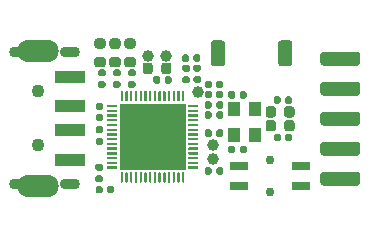
<source format=gbr>
%TF.GenerationSoftware,KiCad,Pcbnew,(5.1.6)-1*%
%TF.CreationDate,2022-01-16T18:26:27+08:00*%
%TF.ProjectId,esp32s2-uart,65737033-3273-4322-9d75-6172742e6b69,rev?*%
%TF.SameCoordinates,Original*%
%TF.FileFunction,Soldermask,Top*%
%TF.FilePolarity,Negative*%
%FSLAX46Y46*%
G04 Gerber Fmt 4.6, Leading zero omitted, Abs format (unit mm)*
G04 Created by KiCad (PCBNEW (5.1.6)-1) date 2022-01-16 18:26:27*
%MOMM*%
%LPD*%
G01*
G04 APERTURE LIST*
%ADD10R,1.550000X0.800000*%
%ADD11C,0.750000*%
%ADD12R,2.500000X1.100000*%
%ADD13O,3.500000X1.900000*%
%ADD14C,1.100000*%
%ADD15O,2.200000X0.900000*%
%ADD16O,1.700000X0.900000*%
%ADD17C,1.000000*%
%ADD18R,1.000000X1.300000*%
%ADD19R,5.600000X5.600000*%
G04 APERTURE END LIST*
D10*
%TO.C,SW1*%
X19523800Y2982800D03*
X24773800Y2982800D03*
X24773800Y1282800D03*
X19523800Y1282800D03*
D11*
X22148800Y3507800D03*
X22148800Y757800D03*
%TD*%
D12*
%TO.C,J1*%
X5179600Y6010400D03*
X5179600Y8010400D03*
X5179600Y3510400D03*
X5179600Y10510400D03*
D13*
X2429600Y1310400D03*
X2429600Y12710400D03*
D14*
X2429600Y4710400D03*
X2429600Y9310400D03*
%TD*%
D15*
%TO.C,J2*%
X1111200Y12595000D03*
X1111200Y1405000D03*
D16*
X5181200Y12595000D03*
X5181200Y1405000D03*
%TD*%
D17*
%TO.C,TP6*%
X17322800Y4749800D03*
%TD*%
%TO.C,TP5*%
X17322800Y3530600D03*
%TD*%
%TO.C,TP4*%
X16002000Y9194800D03*
%TD*%
%TO.C,TP2*%
X13350000Y12300000D03*
%TD*%
%TO.C,TP1*%
X11750000Y12300000D03*
%TD*%
%TO.C,R9*%
G36*
G01*
X22420000Y8361900D02*
X22420000Y8706900D01*
G75*
G02*
X22567500Y8854400I147500J0D01*
G01*
X22862500Y8854400D01*
G75*
G02*
X23010000Y8706900I0J-147500D01*
G01*
X23010000Y8361900D01*
G75*
G02*
X22862500Y8214400I-147500J0D01*
G01*
X22567500Y8214400D01*
G75*
G02*
X22420000Y8361900I0J147500D01*
G01*
G37*
G36*
G01*
X23390000Y8361900D02*
X23390000Y8706900D01*
G75*
G02*
X23537500Y8854400I147500J0D01*
G01*
X23832500Y8854400D01*
G75*
G02*
X23980000Y8706900I0J-147500D01*
G01*
X23980000Y8361900D01*
G75*
G02*
X23832500Y8214400I-147500J0D01*
G01*
X23537500Y8214400D01*
G75*
G02*
X23390000Y8361900I0J147500D01*
G01*
G37*
%TD*%
%TO.C,R8*%
G36*
G01*
X22420000Y5202500D02*
X22420000Y5547500D01*
G75*
G02*
X22567500Y5695000I147500J0D01*
G01*
X22862500Y5695000D01*
G75*
G02*
X23010000Y5547500I0J-147500D01*
G01*
X23010000Y5202500D01*
G75*
G02*
X22862500Y5055000I-147500J0D01*
G01*
X22567500Y5055000D01*
G75*
G02*
X22420000Y5202500I0J147500D01*
G01*
G37*
G36*
G01*
X23390000Y5202500D02*
X23390000Y5547500D01*
G75*
G02*
X23537500Y5695000I147500J0D01*
G01*
X23832500Y5695000D01*
G75*
G02*
X23980000Y5547500I0J-147500D01*
G01*
X23980000Y5202500D01*
G75*
G02*
X23832500Y5055000I-147500J0D01*
G01*
X23537500Y5055000D01*
G75*
G02*
X23390000Y5202500I0J147500D01*
G01*
G37*
%TD*%
%TO.C,R4*%
G36*
G01*
X9316500Y9583200D02*
X8971500Y9583200D01*
G75*
G02*
X8824000Y9730700I0J147500D01*
G01*
X8824000Y10025700D01*
G75*
G02*
X8971500Y10173200I147500J0D01*
G01*
X9316500Y10173200D01*
G75*
G02*
X9464000Y10025700I0J-147500D01*
G01*
X9464000Y9730700D01*
G75*
G02*
X9316500Y9583200I-147500J0D01*
G01*
G37*
G36*
G01*
X9316500Y10553200D02*
X8971500Y10553200D01*
G75*
G02*
X8824000Y10700700I0J147500D01*
G01*
X8824000Y10995700D01*
G75*
G02*
X8971500Y11143200I147500J0D01*
G01*
X9316500Y11143200D01*
G75*
G02*
X9464000Y10995700I0J-147500D01*
G01*
X9464000Y10700700D01*
G75*
G02*
X9316500Y10553200I-147500J0D01*
G01*
G37*
%TD*%
%TO.C,R3*%
G36*
G01*
X10586500Y9583200D02*
X10241500Y9583200D01*
G75*
G02*
X10094000Y9730700I0J147500D01*
G01*
X10094000Y10025700D01*
G75*
G02*
X10241500Y10173200I147500J0D01*
G01*
X10586500Y10173200D01*
G75*
G02*
X10734000Y10025700I0J-147500D01*
G01*
X10734000Y9730700D01*
G75*
G02*
X10586500Y9583200I-147500J0D01*
G01*
G37*
G36*
G01*
X10586500Y10553200D02*
X10241500Y10553200D01*
G75*
G02*
X10094000Y10700700I0J147500D01*
G01*
X10094000Y10995700D01*
G75*
G02*
X10241500Y11143200I147500J0D01*
G01*
X10586500Y11143200D01*
G75*
G02*
X10734000Y10995700I0J-147500D01*
G01*
X10734000Y10700700D01*
G75*
G02*
X10586500Y10553200I-147500J0D01*
G01*
G37*
%TD*%
%TO.C,J3*%
G36*
G01*
X26356000Y11739600D02*
X26356000Y12339600D01*
G75*
G02*
X26656000Y12639600I300000J0D01*
G01*
X29456000Y12639600D01*
G75*
G02*
X29756000Y12339600I0J-300000D01*
G01*
X29756000Y11739600D01*
G75*
G02*
X29456000Y11439600I-300000J0D01*
G01*
X26656000Y11439600D01*
G75*
G02*
X26356000Y11739600I0J300000D01*
G01*
G37*
G36*
G01*
X26356000Y9199600D02*
X26356000Y9799600D01*
G75*
G02*
X26656000Y10099600I300000J0D01*
G01*
X29456000Y10099600D01*
G75*
G02*
X29756000Y9799600I0J-300000D01*
G01*
X29756000Y9199600D01*
G75*
G02*
X29456000Y8899600I-300000J0D01*
G01*
X26656000Y8899600D01*
G75*
G02*
X26356000Y9199600I0J300000D01*
G01*
G37*
G36*
G01*
X26356000Y6659600D02*
X26356000Y7259600D01*
G75*
G02*
X26656000Y7559600I300000J0D01*
G01*
X29456000Y7559600D01*
G75*
G02*
X29756000Y7259600I0J-300000D01*
G01*
X29756000Y6659600D01*
G75*
G02*
X29456000Y6359600I-300000J0D01*
G01*
X26656000Y6359600D01*
G75*
G02*
X26356000Y6659600I0J300000D01*
G01*
G37*
G36*
G01*
X26356000Y4119600D02*
X26356000Y4719600D01*
G75*
G02*
X26656000Y5019600I300000J0D01*
G01*
X29456000Y5019600D01*
G75*
G02*
X29756000Y4719600I0J-300000D01*
G01*
X29756000Y4119600D01*
G75*
G02*
X29456000Y3819600I-300000J0D01*
G01*
X26656000Y3819600D01*
G75*
G02*
X26356000Y4119600I0J300000D01*
G01*
G37*
G36*
G01*
X26356000Y1579600D02*
X26356000Y2179600D01*
G75*
G02*
X26656000Y2479600I300000J0D01*
G01*
X29456000Y2479600D01*
G75*
G02*
X29756000Y2179600I0J-300000D01*
G01*
X29756000Y1579600D01*
G75*
G02*
X29456000Y1279600I-300000J0D01*
G01*
X26656000Y1279600D01*
G75*
G02*
X26356000Y1579600I0J300000D01*
G01*
G37*
%TD*%
%TO.C,D2*%
G36*
G01*
X8735350Y13765400D02*
X9247850Y13765400D01*
G75*
G02*
X9466600Y13546650I0J-218750D01*
G01*
X9466600Y13109150D01*
G75*
G02*
X9247850Y12890400I-218750J0D01*
G01*
X8735350Y12890400D01*
G75*
G02*
X8516600Y13109150I0J218750D01*
G01*
X8516600Y13546650D01*
G75*
G02*
X8735350Y13765400I218750J0D01*
G01*
G37*
G36*
G01*
X8735350Y12190400D02*
X9247850Y12190400D01*
G75*
G02*
X9466600Y11971650I0J-218750D01*
G01*
X9466600Y11534150D01*
G75*
G02*
X9247850Y11315400I-218750J0D01*
G01*
X8735350Y11315400D01*
G75*
G02*
X8516600Y11534150I0J218750D01*
G01*
X8516600Y11971650D01*
G75*
G02*
X8735350Y12190400I218750J0D01*
G01*
G37*
%TD*%
%TO.C,D1*%
G36*
G01*
X10005350Y13772600D02*
X10517850Y13772600D01*
G75*
G02*
X10736600Y13553850I0J-218750D01*
G01*
X10736600Y13116350D01*
G75*
G02*
X10517850Y12897600I-218750J0D01*
G01*
X10005350Y12897600D01*
G75*
G02*
X9786600Y13116350I0J218750D01*
G01*
X9786600Y13553850D01*
G75*
G02*
X10005350Y13772600I218750J0D01*
G01*
G37*
G36*
G01*
X10005350Y12197600D02*
X10517850Y12197600D01*
G75*
G02*
X10736600Y11978850I0J-218750D01*
G01*
X10736600Y11541350D01*
G75*
G02*
X10517850Y11322600I-218750J0D01*
G01*
X10005350Y11322600D01*
G75*
G02*
X9786600Y11541350I0J218750D01*
G01*
X9786600Y11978850D01*
G75*
G02*
X10005350Y12197600I218750J0D01*
G01*
G37*
%TD*%
%TO.C,C10*%
G36*
G01*
X20134800Y4541300D02*
X20134800Y4196300D01*
G75*
G02*
X19987300Y4048800I-147500J0D01*
G01*
X19692300Y4048800D01*
G75*
G02*
X19544800Y4196300I0J147500D01*
G01*
X19544800Y4541300D01*
G75*
G02*
X19692300Y4688800I147500J0D01*
G01*
X19987300Y4688800D01*
G75*
G02*
X20134800Y4541300I0J-147500D01*
G01*
G37*
G36*
G01*
X19164800Y4541300D02*
X19164800Y4196300D01*
G75*
G02*
X19017300Y4048800I-147500J0D01*
G01*
X18722300Y4048800D01*
G75*
G02*
X18574800Y4196300I0J147500D01*
G01*
X18574800Y4541300D01*
G75*
G02*
X18722300Y4688800I147500J0D01*
G01*
X19017300Y4688800D01*
G75*
G02*
X19164800Y4541300I0J-147500D01*
G01*
G37*
%TD*%
%TO.C,C8*%
G36*
G01*
X18574800Y8819100D02*
X18574800Y9164100D01*
G75*
G02*
X18722300Y9311600I147500J0D01*
G01*
X19017300Y9311600D01*
G75*
G02*
X19164800Y9164100I0J-147500D01*
G01*
X19164800Y8819100D01*
G75*
G02*
X19017300Y8671600I-147500J0D01*
G01*
X18722300Y8671600D01*
G75*
G02*
X18574800Y8819100I0J147500D01*
G01*
G37*
G36*
G01*
X19544800Y8819100D02*
X19544800Y9164100D01*
G75*
G02*
X19692300Y9311600I147500J0D01*
G01*
X19987300Y9311600D01*
G75*
G02*
X20134800Y9164100I0J-147500D01*
G01*
X20134800Y8819100D01*
G75*
G02*
X19987300Y8671600I-147500J0D01*
G01*
X19692300Y8671600D01*
G75*
G02*
X19544800Y8819100I0J147500D01*
G01*
G37*
%TD*%
%TO.C,AE1*%
G36*
G01*
X17102000Y11652599D02*
X17102000Y13352601D01*
G75*
G02*
X17351999Y13602600I249999J0D01*
G01*
X18052001Y13602600D01*
G75*
G02*
X18302000Y13352601I0J-249999D01*
G01*
X18302000Y11652599D01*
G75*
G02*
X18052001Y11402600I-249999J0D01*
G01*
X17351999Y11402600D01*
G75*
G02*
X17102000Y11652599I0J249999D01*
G01*
G37*
G36*
G01*
X22802000Y11652599D02*
X22802000Y13352601D01*
G75*
G02*
X23051999Y13602600I249999J0D01*
G01*
X23752001Y13602600D01*
G75*
G02*
X24002000Y13352601I0J-249999D01*
G01*
X24002000Y11652599D01*
G75*
G02*
X23752001Y11402600I-249999J0D01*
G01*
X23051999Y11402600D01*
G75*
G02*
X22802000Y11652599I0J249999D01*
G01*
G37*
%TD*%
D18*
%TO.C,Y1*%
X20864400Y5605600D03*
X20864400Y7805600D03*
X19064400Y7805600D03*
X19064400Y5605600D03*
%TD*%
%TO.C,U3*%
G36*
G01*
X14720000Y9311599D02*
X14820000Y9311599D01*
G75*
G02*
X14870000Y9261599I0J-50000D01*
G01*
X14870000Y8486599D01*
G75*
G02*
X14820000Y8436599I-50000J0D01*
G01*
X14720000Y8436599D01*
G75*
G02*
X14670000Y8486599I0J50000D01*
G01*
X14670000Y9261599D01*
G75*
G02*
X14720000Y9311599I50000J0D01*
G01*
G37*
G36*
G01*
X14320000Y9311599D02*
X14420000Y9311599D01*
G75*
G02*
X14470000Y9261599I0J-50000D01*
G01*
X14470000Y8486599D01*
G75*
G02*
X14420000Y8436599I-50000J0D01*
G01*
X14320000Y8436599D01*
G75*
G02*
X14270000Y8486599I0J50000D01*
G01*
X14270000Y9261599D01*
G75*
G02*
X14320000Y9311599I50000J0D01*
G01*
G37*
G36*
G01*
X13920000Y9311599D02*
X14020000Y9311599D01*
G75*
G02*
X14070000Y9261599I0J-50000D01*
G01*
X14070000Y8486599D01*
G75*
G02*
X14020000Y8436599I-50000J0D01*
G01*
X13920000Y8436599D01*
G75*
G02*
X13870000Y8486599I0J50000D01*
G01*
X13870000Y9261599D01*
G75*
G02*
X13920000Y9311599I50000J0D01*
G01*
G37*
G36*
G01*
X13520000Y9311599D02*
X13620000Y9311599D01*
G75*
G02*
X13670000Y9261599I0J-50000D01*
G01*
X13670000Y8486599D01*
G75*
G02*
X13620000Y8436599I-50000J0D01*
G01*
X13520000Y8436599D01*
G75*
G02*
X13470000Y8486599I0J50000D01*
G01*
X13470000Y9261599D01*
G75*
G02*
X13520000Y9311599I50000J0D01*
G01*
G37*
G36*
G01*
X13120000Y9311599D02*
X13220000Y9311599D01*
G75*
G02*
X13270000Y9261599I0J-50000D01*
G01*
X13270000Y8486599D01*
G75*
G02*
X13220000Y8436599I-50000J0D01*
G01*
X13120000Y8436599D01*
G75*
G02*
X13070000Y8486599I0J50000D01*
G01*
X13070000Y9261599D01*
G75*
G02*
X13120000Y9311599I50000J0D01*
G01*
G37*
G36*
G01*
X12720000Y9311599D02*
X12820000Y9311599D01*
G75*
G02*
X12870000Y9261599I0J-50000D01*
G01*
X12870000Y8486599D01*
G75*
G02*
X12820000Y8436599I-50000J0D01*
G01*
X12720000Y8436599D01*
G75*
G02*
X12670000Y8486599I0J50000D01*
G01*
X12670000Y9261599D01*
G75*
G02*
X12720000Y9311599I50000J0D01*
G01*
G37*
G36*
G01*
X12320000Y9311599D02*
X12420000Y9311599D01*
G75*
G02*
X12470000Y9261599I0J-50000D01*
G01*
X12470000Y8486599D01*
G75*
G02*
X12420000Y8436599I-50000J0D01*
G01*
X12320000Y8436599D01*
G75*
G02*
X12270000Y8486599I0J50000D01*
G01*
X12270000Y9261599D01*
G75*
G02*
X12320000Y9311599I50000J0D01*
G01*
G37*
G36*
G01*
X11920000Y9311599D02*
X12020000Y9311599D01*
G75*
G02*
X12070000Y9261599I0J-50000D01*
G01*
X12070000Y8486599D01*
G75*
G02*
X12020000Y8436599I-50000J0D01*
G01*
X11920000Y8436599D01*
G75*
G02*
X11870000Y8486599I0J50000D01*
G01*
X11870000Y9261599D01*
G75*
G02*
X11920000Y9311599I50000J0D01*
G01*
G37*
G36*
G01*
X11520000Y9311599D02*
X11620000Y9311599D01*
G75*
G02*
X11670000Y9261599I0J-50000D01*
G01*
X11670000Y8486599D01*
G75*
G02*
X11620000Y8436599I-50000J0D01*
G01*
X11520000Y8436599D01*
G75*
G02*
X11470000Y8486599I0J50000D01*
G01*
X11470000Y9261599D01*
G75*
G02*
X11520000Y9311599I50000J0D01*
G01*
G37*
G36*
G01*
X11120000Y9311599D02*
X11220000Y9311599D01*
G75*
G02*
X11270000Y9261599I0J-50000D01*
G01*
X11270000Y8486599D01*
G75*
G02*
X11220000Y8436599I-50000J0D01*
G01*
X11120000Y8436599D01*
G75*
G02*
X11070000Y8486599I0J50000D01*
G01*
X11070000Y9261599D01*
G75*
G02*
X11120000Y9311599I50000J0D01*
G01*
G37*
G36*
G01*
X10720000Y9311599D02*
X10820000Y9311599D01*
G75*
G02*
X10870000Y9261599I0J-50000D01*
G01*
X10870000Y8486599D01*
G75*
G02*
X10820000Y8436599I-50000J0D01*
G01*
X10720000Y8436599D01*
G75*
G02*
X10670000Y8486599I0J50000D01*
G01*
X10670000Y9261599D01*
G75*
G02*
X10720000Y9311599I50000J0D01*
G01*
G37*
G36*
G01*
X10320000Y9311599D02*
X10420000Y9311599D01*
G75*
G02*
X10470000Y9261599I0J-50000D01*
G01*
X10470000Y8486599D01*
G75*
G02*
X10420000Y8436599I-50000J0D01*
G01*
X10320000Y8436599D01*
G75*
G02*
X10270000Y8486599I0J50000D01*
G01*
X10270000Y9261599D01*
G75*
G02*
X10320000Y9311599I50000J0D01*
G01*
G37*
G36*
G01*
X9920000Y9311599D02*
X10020000Y9311599D01*
G75*
G02*
X10070000Y9261599I0J-50000D01*
G01*
X10070000Y8486599D01*
G75*
G02*
X10020000Y8436599I-50000J0D01*
G01*
X9920000Y8436599D01*
G75*
G02*
X9870000Y8486599I0J50000D01*
G01*
X9870000Y9261599D01*
G75*
G02*
X9920000Y9311599I50000J0D01*
G01*
G37*
G36*
G01*
X9520000Y9311599D02*
X9620000Y9311599D01*
G75*
G02*
X9670000Y9261599I0J-50000D01*
G01*
X9670000Y8486599D01*
G75*
G02*
X9620000Y8436599I-50000J0D01*
G01*
X9520000Y8436599D01*
G75*
G02*
X9470000Y8486599I0J50000D01*
G01*
X9470000Y9261599D01*
G75*
G02*
X9520000Y9311599I50000J0D01*
G01*
G37*
G36*
G01*
X8345000Y8136599D02*
X9120000Y8136599D01*
G75*
G02*
X9170000Y8086599I0J-50000D01*
G01*
X9170000Y7986599D01*
G75*
G02*
X9120000Y7936599I-50000J0D01*
G01*
X8345000Y7936599D01*
G75*
G02*
X8295000Y7986599I0J50000D01*
G01*
X8295000Y8086599D01*
G75*
G02*
X8345000Y8136599I50000J0D01*
G01*
G37*
G36*
G01*
X8345000Y7736599D02*
X9120000Y7736599D01*
G75*
G02*
X9170000Y7686599I0J-50000D01*
G01*
X9170000Y7586599D01*
G75*
G02*
X9120000Y7536599I-50000J0D01*
G01*
X8345000Y7536599D01*
G75*
G02*
X8295000Y7586599I0J50000D01*
G01*
X8295000Y7686599D01*
G75*
G02*
X8345000Y7736599I50000J0D01*
G01*
G37*
G36*
G01*
X8345000Y7336599D02*
X9120000Y7336599D01*
G75*
G02*
X9170000Y7286599I0J-50000D01*
G01*
X9170000Y7186599D01*
G75*
G02*
X9120000Y7136599I-50000J0D01*
G01*
X8345000Y7136599D01*
G75*
G02*
X8295000Y7186599I0J50000D01*
G01*
X8295000Y7286599D01*
G75*
G02*
X8345000Y7336599I50000J0D01*
G01*
G37*
G36*
G01*
X8345000Y6936599D02*
X9120000Y6936599D01*
G75*
G02*
X9170000Y6886599I0J-50000D01*
G01*
X9170000Y6786599D01*
G75*
G02*
X9120000Y6736599I-50000J0D01*
G01*
X8345000Y6736599D01*
G75*
G02*
X8295000Y6786599I0J50000D01*
G01*
X8295000Y6886599D01*
G75*
G02*
X8345000Y6936599I50000J0D01*
G01*
G37*
G36*
G01*
X8345000Y6536599D02*
X9120000Y6536599D01*
G75*
G02*
X9170000Y6486599I0J-50000D01*
G01*
X9170000Y6386599D01*
G75*
G02*
X9120000Y6336599I-50000J0D01*
G01*
X8345000Y6336599D01*
G75*
G02*
X8295000Y6386599I0J50000D01*
G01*
X8295000Y6486599D01*
G75*
G02*
X8345000Y6536599I50000J0D01*
G01*
G37*
G36*
G01*
X8345000Y6136599D02*
X9120000Y6136599D01*
G75*
G02*
X9170000Y6086599I0J-50000D01*
G01*
X9170000Y5986599D01*
G75*
G02*
X9120000Y5936599I-50000J0D01*
G01*
X8345000Y5936599D01*
G75*
G02*
X8295000Y5986599I0J50000D01*
G01*
X8295000Y6086599D01*
G75*
G02*
X8345000Y6136599I50000J0D01*
G01*
G37*
G36*
G01*
X8345000Y5736599D02*
X9120000Y5736599D01*
G75*
G02*
X9170000Y5686599I0J-50000D01*
G01*
X9170000Y5586599D01*
G75*
G02*
X9120000Y5536599I-50000J0D01*
G01*
X8345000Y5536599D01*
G75*
G02*
X8295000Y5586599I0J50000D01*
G01*
X8295000Y5686599D01*
G75*
G02*
X8345000Y5736599I50000J0D01*
G01*
G37*
G36*
G01*
X8345000Y5336599D02*
X9120000Y5336599D01*
G75*
G02*
X9170000Y5286599I0J-50000D01*
G01*
X9170000Y5186599D01*
G75*
G02*
X9120000Y5136599I-50000J0D01*
G01*
X8345000Y5136599D01*
G75*
G02*
X8295000Y5186599I0J50000D01*
G01*
X8295000Y5286599D01*
G75*
G02*
X8345000Y5336599I50000J0D01*
G01*
G37*
G36*
G01*
X8345000Y4936599D02*
X9120000Y4936599D01*
G75*
G02*
X9170000Y4886599I0J-50000D01*
G01*
X9170000Y4786599D01*
G75*
G02*
X9120000Y4736599I-50000J0D01*
G01*
X8345000Y4736599D01*
G75*
G02*
X8295000Y4786599I0J50000D01*
G01*
X8295000Y4886599D01*
G75*
G02*
X8345000Y4936599I50000J0D01*
G01*
G37*
G36*
G01*
X8345000Y4536599D02*
X9120000Y4536599D01*
G75*
G02*
X9170000Y4486599I0J-50000D01*
G01*
X9170000Y4386599D01*
G75*
G02*
X9120000Y4336599I-50000J0D01*
G01*
X8345000Y4336599D01*
G75*
G02*
X8295000Y4386599I0J50000D01*
G01*
X8295000Y4486599D01*
G75*
G02*
X8345000Y4536599I50000J0D01*
G01*
G37*
G36*
G01*
X8345000Y4136599D02*
X9120000Y4136599D01*
G75*
G02*
X9170000Y4086599I0J-50000D01*
G01*
X9170000Y3986599D01*
G75*
G02*
X9120000Y3936599I-50000J0D01*
G01*
X8345000Y3936599D01*
G75*
G02*
X8295000Y3986599I0J50000D01*
G01*
X8295000Y4086599D01*
G75*
G02*
X8345000Y4136599I50000J0D01*
G01*
G37*
G36*
G01*
X8345000Y3736599D02*
X9120000Y3736599D01*
G75*
G02*
X9170000Y3686599I0J-50000D01*
G01*
X9170000Y3586599D01*
G75*
G02*
X9120000Y3536599I-50000J0D01*
G01*
X8345000Y3536599D01*
G75*
G02*
X8295000Y3586599I0J50000D01*
G01*
X8295000Y3686599D01*
G75*
G02*
X8345000Y3736599I50000J0D01*
G01*
G37*
G36*
G01*
X8345000Y3336599D02*
X9120000Y3336599D01*
G75*
G02*
X9170000Y3286599I0J-50000D01*
G01*
X9170000Y3186599D01*
G75*
G02*
X9120000Y3136599I-50000J0D01*
G01*
X8345000Y3136599D01*
G75*
G02*
X8295000Y3186599I0J50000D01*
G01*
X8295000Y3286599D01*
G75*
G02*
X8345000Y3336599I50000J0D01*
G01*
G37*
G36*
G01*
X8345000Y2936599D02*
X9120000Y2936599D01*
G75*
G02*
X9170000Y2886599I0J-50000D01*
G01*
X9170000Y2786599D01*
G75*
G02*
X9120000Y2736599I-50000J0D01*
G01*
X8345000Y2736599D01*
G75*
G02*
X8295000Y2786599I0J50000D01*
G01*
X8295000Y2886599D01*
G75*
G02*
X8345000Y2936599I50000J0D01*
G01*
G37*
G36*
G01*
X9520000Y2436599D02*
X9620000Y2436599D01*
G75*
G02*
X9670000Y2386599I0J-50000D01*
G01*
X9670000Y1611599D01*
G75*
G02*
X9620000Y1561599I-50000J0D01*
G01*
X9520000Y1561599D01*
G75*
G02*
X9470000Y1611599I0J50000D01*
G01*
X9470000Y2386599D01*
G75*
G02*
X9520000Y2436599I50000J0D01*
G01*
G37*
G36*
G01*
X9920000Y2436599D02*
X10020000Y2436599D01*
G75*
G02*
X10070000Y2386599I0J-50000D01*
G01*
X10070000Y1611599D01*
G75*
G02*
X10020000Y1561599I-50000J0D01*
G01*
X9920000Y1561599D01*
G75*
G02*
X9870000Y1611599I0J50000D01*
G01*
X9870000Y2386599D01*
G75*
G02*
X9920000Y2436599I50000J0D01*
G01*
G37*
G36*
G01*
X10320000Y2436599D02*
X10420000Y2436599D01*
G75*
G02*
X10470000Y2386599I0J-50000D01*
G01*
X10470000Y1611599D01*
G75*
G02*
X10420000Y1561599I-50000J0D01*
G01*
X10320000Y1561599D01*
G75*
G02*
X10270000Y1611599I0J50000D01*
G01*
X10270000Y2386599D01*
G75*
G02*
X10320000Y2436599I50000J0D01*
G01*
G37*
G36*
G01*
X10720000Y2436599D02*
X10820000Y2436599D01*
G75*
G02*
X10870000Y2386599I0J-50000D01*
G01*
X10870000Y1611599D01*
G75*
G02*
X10820000Y1561599I-50000J0D01*
G01*
X10720000Y1561599D01*
G75*
G02*
X10670000Y1611599I0J50000D01*
G01*
X10670000Y2386599D01*
G75*
G02*
X10720000Y2436599I50000J0D01*
G01*
G37*
G36*
G01*
X11120000Y2436599D02*
X11220000Y2436599D01*
G75*
G02*
X11270000Y2386599I0J-50000D01*
G01*
X11270000Y1611599D01*
G75*
G02*
X11220000Y1561599I-50000J0D01*
G01*
X11120000Y1561599D01*
G75*
G02*
X11070000Y1611599I0J50000D01*
G01*
X11070000Y2386599D01*
G75*
G02*
X11120000Y2436599I50000J0D01*
G01*
G37*
G36*
G01*
X11520000Y2436599D02*
X11620000Y2436599D01*
G75*
G02*
X11670000Y2386599I0J-50000D01*
G01*
X11670000Y1611599D01*
G75*
G02*
X11620000Y1561599I-50000J0D01*
G01*
X11520000Y1561599D01*
G75*
G02*
X11470000Y1611599I0J50000D01*
G01*
X11470000Y2386599D01*
G75*
G02*
X11520000Y2436599I50000J0D01*
G01*
G37*
G36*
G01*
X11920000Y2436599D02*
X12020000Y2436599D01*
G75*
G02*
X12070000Y2386599I0J-50000D01*
G01*
X12070000Y1611599D01*
G75*
G02*
X12020000Y1561599I-50000J0D01*
G01*
X11920000Y1561599D01*
G75*
G02*
X11870000Y1611599I0J50000D01*
G01*
X11870000Y2386599D01*
G75*
G02*
X11920000Y2436599I50000J0D01*
G01*
G37*
G36*
G01*
X12320000Y2436599D02*
X12420000Y2436599D01*
G75*
G02*
X12470000Y2386599I0J-50000D01*
G01*
X12470000Y1611599D01*
G75*
G02*
X12420000Y1561599I-50000J0D01*
G01*
X12320000Y1561599D01*
G75*
G02*
X12270000Y1611599I0J50000D01*
G01*
X12270000Y2386599D01*
G75*
G02*
X12320000Y2436599I50000J0D01*
G01*
G37*
G36*
G01*
X12720000Y2436599D02*
X12820000Y2436599D01*
G75*
G02*
X12870000Y2386599I0J-50000D01*
G01*
X12870000Y1611599D01*
G75*
G02*
X12820000Y1561599I-50000J0D01*
G01*
X12720000Y1561599D01*
G75*
G02*
X12670000Y1611599I0J50000D01*
G01*
X12670000Y2386599D01*
G75*
G02*
X12720000Y2436599I50000J0D01*
G01*
G37*
G36*
G01*
X13120000Y2436599D02*
X13220000Y2436599D01*
G75*
G02*
X13270000Y2386599I0J-50000D01*
G01*
X13270000Y1611599D01*
G75*
G02*
X13220000Y1561599I-50000J0D01*
G01*
X13120000Y1561599D01*
G75*
G02*
X13070000Y1611599I0J50000D01*
G01*
X13070000Y2386599D01*
G75*
G02*
X13120000Y2436599I50000J0D01*
G01*
G37*
G36*
G01*
X13520000Y2436599D02*
X13620000Y2436599D01*
G75*
G02*
X13670000Y2386599I0J-50000D01*
G01*
X13670000Y1611599D01*
G75*
G02*
X13620000Y1561599I-50000J0D01*
G01*
X13520000Y1561599D01*
G75*
G02*
X13470000Y1611599I0J50000D01*
G01*
X13470000Y2386599D01*
G75*
G02*
X13520000Y2436599I50000J0D01*
G01*
G37*
G36*
G01*
X13920000Y2436599D02*
X14020000Y2436599D01*
G75*
G02*
X14070000Y2386599I0J-50000D01*
G01*
X14070000Y1611599D01*
G75*
G02*
X14020000Y1561599I-50000J0D01*
G01*
X13920000Y1561599D01*
G75*
G02*
X13870000Y1611599I0J50000D01*
G01*
X13870000Y2386599D01*
G75*
G02*
X13920000Y2436599I50000J0D01*
G01*
G37*
G36*
G01*
X14320000Y2436599D02*
X14420000Y2436599D01*
G75*
G02*
X14470000Y2386599I0J-50000D01*
G01*
X14470000Y1611599D01*
G75*
G02*
X14420000Y1561599I-50000J0D01*
G01*
X14320000Y1561599D01*
G75*
G02*
X14270000Y1611599I0J50000D01*
G01*
X14270000Y2386599D01*
G75*
G02*
X14320000Y2436599I50000J0D01*
G01*
G37*
G36*
G01*
X14720000Y2436599D02*
X14820000Y2436599D01*
G75*
G02*
X14870000Y2386599I0J-50000D01*
G01*
X14870000Y1611599D01*
G75*
G02*
X14820000Y1561599I-50000J0D01*
G01*
X14720000Y1561599D01*
G75*
G02*
X14670000Y1611599I0J50000D01*
G01*
X14670000Y2386599D01*
G75*
G02*
X14720000Y2436599I50000J0D01*
G01*
G37*
G36*
G01*
X15220000Y2936599D02*
X15995000Y2936599D01*
G75*
G02*
X16045000Y2886599I0J-50000D01*
G01*
X16045000Y2786599D01*
G75*
G02*
X15995000Y2736599I-50000J0D01*
G01*
X15220000Y2736599D01*
G75*
G02*
X15170000Y2786599I0J50000D01*
G01*
X15170000Y2886599D01*
G75*
G02*
X15220000Y2936599I50000J0D01*
G01*
G37*
G36*
G01*
X15220000Y3336599D02*
X15995000Y3336599D01*
G75*
G02*
X16045000Y3286599I0J-50000D01*
G01*
X16045000Y3186599D01*
G75*
G02*
X15995000Y3136599I-50000J0D01*
G01*
X15220000Y3136599D01*
G75*
G02*
X15170000Y3186599I0J50000D01*
G01*
X15170000Y3286599D01*
G75*
G02*
X15220000Y3336599I50000J0D01*
G01*
G37*
G36*
G01*
X15220000Y3736599D02*
X15995000Y3736599D01*
G75*
G02*
X16045000Y3686599I0J-50000D01*
G01*
X16045000Y3586599D01*
G75*
G02*
X15995000Y3536599I-50000J0D01*
G01*
X15220000Y3536599D01*
G75*
G02*
X15170000Y3586599I0J50000D01*
G01*
X15170000Y3686599D01*
G75*
G02*
X15220000Y3736599I50000J0D01*
G01*
G37*
G36*
G01*
X15220000Y4136599D02*
X15995000Y4136599D01*
G75*
G02*
X16045000Y4086599I0J-50000D01*
G01*
X16045000Y3986599D01*
G75*
G02*
X15995000Y3936599I-50000J0D01*
G01*
X15220000Y3936599D01*
G75*
G02*
X15170000Y3986599I0J50000D01*
G01*
X15170000Y4086599D01*
G75*
G02*
X15220000Y4136599I50000J0D01*
G01*
G37*
G36*
G01*
X15220000Y4536599D02*
X15995000Y4536599D01*
G75*
G02*
X16045000Y4486599I0J-50000D01*
G01*
X16045000Y4386599D01*
G75*
G02*
X15995000Y4336599I-50000J0D01*
G01*
X15220000Y4336599D01*
G75*
G02*
X15170000Y4386599I0J50000D01*
G01*
X15170000Y4486599D01*
G75*
G02*
X15220000Y4536599I50000J0D01*
G01*
G37*
G36*
G01*
X15220000Y4936599D02*
X15995000Y4936599D01*
G75*
G02*
X16045000Y4886599I0J-50000D01*
G01*
X16045000Y4786599D01*
G75*
G02*
X15995000Y4736599I-50000J0D01*
G01*
X15220000Y4736599D01*
G75*
G02*
X15170000Y4786599I0J50000D01*
G01*
X15170000Y4886599D01*
G75*
G02*
X15220000Y4936599I50000J0D01*
G01*
G37*
G36*
G01*
X15220000Y5336599D02*
X15995000Y5336599D01*
G75*
G02*
X16045000Y5286599I0J-50000D01*
G01*
X16045000Y5186599D01*
G75*
G02*
X15995000Y5136599I-50000J0D01*
G01*
X15220000Y5136599D01*
G75*
G02*
X15170000Y5186599I0J50000D01*
G01*
X15170000Y5286599D01*
G75*
G02*
X15220000Y5336599I50000J0D01*
G01*
G37*
G36*
G01*
X15220000Y5736599D02*
X15995000Y5736599D01*
G75*
G02*
X16045000Y5686599I0J-50000D01*
G01*
X16045000Y5586599D01*
G75*
G02*
X15995000Y5536599I-50000J0D01*
G01*
X15220000Y5536599D01*
G75*
G02*
X15170000Y5586599I0J50000D01*
G01*
X15170000Y5686599D01*
G75*
G02*
X15220000Y5736599I50000J0D01*
G01*
G37*
G36*
G01*
X15220000Y6136599D02*
X15995000Y6136599D01*
G75*
G02*
X16045000Y6086599I0J-50000D01*
G01*
X16045000Y5986599D01*
G75*
G02*
X15995000Y5936599I-50000J0D01*
G01*
X15220000Y5936599D01*
G75*
G02*
X15170000Y5986599I0J50000D01*
G01*
X15170000Y6086599D01*
G75*
G02*
X15220000Y6136599I50000J0D01*
G01*
G37*
G36*
G01*
X15220000Y6536599D02*
X15995000Y6536599D01*
G75*
G02*
X16045000Y6486599I0J-50000D01*
G01*
X16045000Y6386599D01*
G75*
G02*
X15995000Y6336599I-50000J0D01*
G01*
X15220000Y6336599D01*
G75*
G02*
X15170000Y6386599I0J50000D01*
G01*
X15170000Y6486599D01*
G75*
G02*
X15220000Y6536599I50000J0D01*
G01*
G37*
G36*
G01*
X15220000Y6936599D02*
X15995000Y6936599D01*
G75*
G02*
X16045000Y6886599I0J-50000D01*
G01*
X16045000Y6786599D01*
G75*
G02*
X15995000Y6736599I-50000J0D01*
G01*
X15220000Y6736599D01*
G75*
G02*
X15170000Y6786599I0J50000D01*
G01*
X15170000Y6886599D01*
G75*
G02*
X15220000Y6936599I50000J0D01*
G01*
G37*
G36*
G01*
X15220000Y7336599D02*
X15995000Y7336599D01*
G75*
G02*
X16045000Y7286599I0J-50000D01*
G01*
X16045000Y7186599D01*
G75*
G02*
X15995000Y7136599I-50000J0D01*
G01*
X15220000Y7136599D01*
G75*
G02*
X15170000Y7186599I0J50000D01*
G01*
X15170000Y7286599D01*
G75*
G02*
X15220000Y7336599I50000J0D01*
G01*
G37*
G36*
G01*
X15220000Y7736599D02*
X15995000Y7736599D01*
G75*
G02*
X16045000Y7686599I0J-50000D01*
G01*
X16045000Y7586599D01*
G75*
G02*
X15995000Y7536599I-50000J0D01*
G01*
X15220000Y7536599D01*
G75*
G02*
X15170000Y7586599I0J50000D01*
G01*
X15170000Y7686599D01*
G75*
G02*
X15220000Y7736599I50000J0D01*
G01*
G37*
G36*
G01*
X15220000Y8136599D02*
X15995000Y8136599D01*
G75*
G02*
X16045000Y8086599I0J-50000D01*
G01*
X16045000Y7986599D01*
G75*
G02*
X15995000Y7936599I-50000J0D01*
G01*
X15220000Y7936599D01*
G75*
G02*
X15170000Y7986599I0J50000D01*
G01*
X15170000Y8086599D01*
G75*
G02*
X15220000Y8136599I50000J0D01*
G01*
G37*
D19*
X12170000Y5436599D03*
%TD*%
%TO.C,R7*%
G36*
G01*
X7498300Y6317200D02*
X7843300Y6317200D01*
G75*
G02*
X7990800Y6169700I0J-147500D01*
G01*
X7990800Y5874700D01*
G75*
G02*
X7843300Y5727200I-147500J0D01*
G01*
X7498300Y5727200D01*
G75*
G02*
X7350800Y5874700I0J147500D01*
G01*
X7350800Y6169700D01*
G75*
G02*
X7498300Y6317200I147500J0D01*
G01*
G37*
G36*
G01*
X7498300Y5347200D02*
X7843300Y5347200D01*
G75*
G02*
X7990800Y5199700I0J-147500D01*
G01*
X7990800Y4904700D01*
G75*
G02*
X7843300Y4757200I-147500J0D01*
G01*
X7498300Y4757200D01*
G75*
G02*
X7350800Y4904700I0J147500D01*
G01*
X7350800Y5199700D01*
G75*
G02*
X7498300Y5347200I147500J0D01*
G01*
G37*
%TD*%
%TO.C,R6*%
G36*
G01*
X18153600Y9174260D02*
X18153600Y8829260D01*
G75*
G02*
X18006100Y8681760I-147500J0D01*
G01*
X17711100Y8681760D01*
G75*
G02*
X17563600Y8829260I0J147500D01*
G01*
X17563600Y9174260D01*
G75*
G02*
X17711100Y9321760I147500J0D01*
G01*
X18006100Y9321760D01*
G75*
G02*
X18153600Y9174260I0J-147500D01*
G01*
G37*
G36*
G01*
X17183600Y9174260D02*
X17183600Y8829260D01*
G75*
G02*
X17036100Y8681760I-147500J0D01*
G01*
X16741100Y8681760D01*
G75*
G02*
X16593600Y8829260I0J147500D01*
G01*
X16593600Y9174260D01*
G75*
G02*
X16741100Y9321760I147500J0D01*
G01*
X17036100Y9321760D01*
G75*
G02*
X17183600Y9174260I0J-147500D01*
G01*
G37*
%TD*%
%TO.C,R5*%
G36*
G01*
X8046500Y9583200D02*
X7701500Y9583200D01*
G75*
G02*
X7554000Y9730700I0J147500D01*
G01*
X7554000Y10025700D01*
G75*
G02*
X7701500Y10173200I147500J0D01*
G01*
X8046500Y10173200D01*
G75*
G02*
X8194000Y10025700I0J-147500D01*
G01*
X8194000Y9730700D01*
G75*
G02*
X8046500Y9583200I-147500J0D01*
G01*
G37*
G36*
G01*
X8046500Y10553200D02*
X7701500Y10553200D01*
G75*
G02*
X7554000Y10700700I0J147500D01*
G01*
X7554000Y10995700D01*
G75*
G02*
X7701500Y11143200I147500J0D01*
G01*
X8046500Y11143200D01*
G75*
G02*
X8194000Y10995700I0J-147500D01*
G01*
X8194000Y10700700D01*
G75*
G02*
X8046500Y10553200I-147500J0D01*
G01*
G37*
%TD*%
%TO.C,L1*%
G36*
G01*
X14663200Y11917900D02*
X14663200Y12262900D01*
G75*
G02*
X14810700Y12410400I147500J0D01*
G01*
X15105700Y12410400D01*
G75*
G02*
X15253200Y12262900I0J-147500D01*
G01*
X15253200Y11917900D01*
G75*
G02*
X15105700Y11770400I-147500J0D01*
G01*
X14810700Y11770400D01*
G75*
G02*
X14663200Y11917900I0J147500D01*
G01*
G37*
G36*
G01*
X15633200Y11917900D02*
X15633200Y12262900D01*
G75*
G02*
X15780700Y12410400I147500J0D01*
G01*
X16075700Y12410400D01*
G75*
G02*
X16223200Y12262900I0J-147500D01*
G01*
X16223200Y11917900D01*
G75*
G02*
X16075700Y11770400I-147500J0D01*
G01*
X15780700Y11770400D01*
G75*
G02*
X15633200Y11917900I0J147500D01*
G01*
G37*
%TD*%
%TO.C,D11*%
G36*
G01*
X24192200Y7800050D02*
X24192200Y7287550D01*
G75*
G02*
X23973450Y7068800I-218750J0D01*
G01*
X23535950Y7068800D01*
G75*
G02*
X23317200Y7287550I0J218750D01*
G01*
X23317200Y7800050D01*
G75*
G02*
X23535950Y8018800I218750J0D01*
G01*
X23973450Y8018800D01*
G75*
G02*
X24192200Y7800050I0J-218750D01*
G01*
G37*
G36*
G01*
X22617200Y7800050D02*
X22617200Y7287550D01*
G75*
G02*
X22398450Y7068800I-218750J0D01*
G01*
X21960950Y7068800D01*
G75*
G02*
X21742200Y7287550I0J218750D01*
G01*
X21742200Y7800050D01*
G75*
G02*
X21960950Y8018800I218750J0D01*
G01*
X22398450Y8018800D01*
G75*
G02*
X22617200Y7800050I0J-218750D01*
G01*
G37*
%TD*%
%TO.C,D10*%
G36*
G01*
X24192200Y6631250D02*
X24192200Y6118750D01*
G75*
G02*
X23973450Y5900000I-218750J0D01*
G01*
X23535950Y5900000D01*
G75*
G02*
X23317200Y6118750I0J218750D01*
G01*
X23317200Y6631250D01*
G75*
G02*
X23535950Y6850000I218750J0D01*
G01*
X23973450Y6850000D01*
G75*
G02*
X24192200Y6631250I0J-218750D01*
G01*
G37*
G36*
G01*
X22617200Y6631250D02*
X22617200Y6118750D01*
G75*
G02*
X22398450Y5900000I-218750J0D01*
G01*
X21960950Y5900000D01*
G75*
G02*
X21742200Y6118750I0J218750D01*
G01*
X21742200Y6631250D01*
G75*
G02*
X21960950Y6850000I218750J0D01*
G01*
X22398450Y6850000D01*
G75*
G02*
X22617200Y6631250I0J-218750D01*
G01*
G37*
%TD*%
%TO.C,D3*%
G36*
G01*
X7465350Y13772600D02*
X7977850Y13772600D01*
G75*
G02*
X8196600Y13553850I0J-218750D01*
G01*
X8196600Y13116350D01*
G75*
G02*
X7977850Y12897600I-218750J0D01*
G01*
X7465350Y12897600D01*
G75*
G02*
X7246600Y13116350I0J218750D01*
G01*
X7246600Y13553850D01*
G75*
G02*
X7465350Y13772600I218750J0D01*
G01*
G37*
G36*
G01*
X7465350Y12197600D02*
X7977850Y12197600D01*
G75*
G02*
X8196600Y11978850I0J-218750D01*
G01*
X8196600Y11541350D01*
G75*
G02*
X7977850Y11322600I-218750J0D01*
G01*
X7465350Y11322600D01*
G75*
G02*
X7246600Y11541350I0J218750D01*
G01*
X7246600Y11978850D01*
G75*
G02*
X7465350Y12197600I218750J0D01*
G01*
G37*
%TD*%
%TO.C,C14*%
G36*
G01*
X7348000Y792700D02*
X7348000Y1137700D01*
G75*
G02*
X7495500Y1285200I147500J0D01*
G01*
X7790500Y1285200D01*
G75*
G02*
X7938000Y1137700I0J-147500D01*
G01*
X7938000Y792700D01*
G75*
G02*
X7790500Y645200I-147500J0D01*
G01*
X7495500Y645200D01*
G75*
G02*
X7348000Y792700I0J147500D01*
G01*
G37*
G36*
G01*
X8318000Y792700D02*
X8318000Y1137700D01*
G75*
G02*
X8465500Y1285200I147500J0D01*
G01*
X8760500Y1285200D01*
G75*
G02*
X8908000Y1137700I0J-147500D01*
G01*
X8908000Y792700D01*
G75*
G02*
X8760500Y645200I-147500J0D01*
G01*
X8465500Y645200D01*
G75*
G02*
X8318000Y792700I0J147500D01*
G01*
G37*
%TD*%
%TO.C,C13*%
G36*
G01*
X7817900Y1582200D02*
X7472900Y1582200D01*
G75*
G02*
X7325400Y1729700I0J147500D01*
G01*
X7325400Y2024700D01*
G75*
G02*
X7472900Y2172200I147500J0D01*
G01*
X7817900Y2172200D01*
G75*
G02*
X7965400Y2024700I0J-147500D01*
G01*
X7965400Y1729700D01*
G75*
G02*
X7817900Y1582200I-147500J0D01*
G01*
G37*
G36*
G01*
X7817900Y2552200D02*
X7472900Y2552200D01*
G75*
G02*
X7325400Y2699700I0J147500D01*
G01*
X7325400Y2994700D01*
G75*
G02*
X7472900Y3142200I147500J0D01*
G01*
X7817900Y3142200D01*
G75*
G02*
X7965400Y2994700I0J-147500D01*
G01*
X7965400Y2699700D01*
G75*
G02*
X7817900Y2552200I-147500J0D01*
G01*
G37*
%TD*%
%TO.C,C12*%
G36*
G01*
X18153600Y2712500D02*
X18153600Y2367500D01*
G75*
G02*
X18006100Y2220000I-147500J0D01*
G01*
X17711100Y2220000D01*
G75*
G02*
X17563600Y2367500I0J147500D01*
G01*
X17563600Y2712500D01*
G75*
G02*
X17711100Y2860000I147500J0D01*
G01*
X18006100Y2860000D01*
G75*
G02*
X18153600Y2712500I0J-147500D01*
G01*
G37*
G36*
G01*
X17183600Y2712500D02*
X17183600Y2367500D01*
G75*
G02*
X17036100Y2220000I-147500J0D01*
G01*
X16741100Y2220000D01*
G75*
G02*
X16593600Y2367500I0J147500D01*
G01*
X16593600Y2712500D01*
G75*
G02*
X16741100Y2860000I147500J0D01*
G01*
X17036100Y2860000D01*
G75*
G02*
X17183600Y2712500I0J-147500D01*
G01*
G37*
%TD*%
%TO.C,C11*%
G36*
G01*
X18153600Y5912900D02*
X18153600Y5567900D01*
G75*
G02*
X18006100Y5420400I-147500J0D01*
G01*
X17711100Y5420400D01*
G75*
G02*
X17563600Y5567900I0J147500D01*
G01*
X17563600Y5912900D01*
G75*
G02*
X17711100Y6060400I147500J0D01*
G01*
X18006100Y6060400D01*
G75*
G02*
X18153600Y5912900I0J-147500D01*
G01*
G37*
G36*
G01*
X17183600Y5912900D02*
X17183600Y5567900D01*
G75*
G02*
X17036100Y5420400I-147500J0D01*
G01*
X16741100Y5420400D01*
G75*
G02*
X16593600Y5567900I0J147500D01*
G01*
X16593600Y5912900D01*
G75*
G02*
X16741100Y6060400I147500J0D01*
G01*
X17036100Y6060400D01*
G75*
G02*
X17183600Y5912900I0J-147500D01*
G01*
G37*
%TD*%
%TO.C,C16*%
G36*
G01*
X15777900Y11547200D02*
X16122900Y11547200D01*
G75*
G02*
X16270400Y11399700I0J-147500D01*
G01*
X16270400Y11104700D01*
G75*
G02*
X16122900Y10957200I-147500J0D01*
G01*
X15777900Y10957200D01*
G75*
G02*
X15630400Y11104700I0J147500D01*
G01*
X15630400Y11399700D01*
G75*
G02*
X15777900Y11547200I147500J0D01*
G01*
G37*
G36*
G01*
X15777900Y10577200D02*
X16122900Y10577200D01*
G75*
G02*
X16270400Y10429700I0J-147500D01*
G01*
X16270400Y10134700D01*
G75*
G02*
X16122900Y9987200I-147500J0D01*
G01*
X15777900Y9987200D01*
G75*
G02*
X15630400Y10134700I0J147500D01*
G01*
X15630400Y10429700D01*
G75*
G02*
X15777900Y10577200I147500J0D01*
G01*
G37*
%TD*%
%TO.C,C9*%
G36*
G01*
X7498300Y8329600D02*
X7843300Y8329600D01*
G75*
G02*
X7990800Y8182100I0J-147500D01*
G01*
X7990800Y7887100D01*
G75*
G02*
X7843300Y7739600I-147500J0D01*
G01*
X7498300Y7739600D01*
G75*
G02*
X7350800Y7887100I0J147500D01*
G01*
X7350800Y8182100D01*
G75*
G02*
X7498300Y8329600I147500J0D01*
G01*
G37*
G36*
G01*
X7498300Y7359600D02*
X7843300Y7359600D01*
G75*
G02*
X7990800Y7212100I0J-147500D01*
G01*
X7990800Y6917100D01*
G75*
G02*
X7843300Y6769600I-147500J0D01*
G01*
X7498300Y6769600D01*
G75*
G02*
X7350800Y6917100I0J147500D01*
G01*
X7350800Y7212100D01*
G75*
G02*
X7498300Y7359600I147500J0D01*
G01*
G37*
%TD*%
%TO.C,C15*%
G36*
G01*
X14841500Y11527600D02*
X15186500Y11527600D01*
G75*
G02*
X15334000Y11380100I0J-147500D01*
G01*
X15334000Y11085100D01*
G75*
G02*
X15186500Y10937600I-147500J0D01*
G01*
X14841500Y10937600D01*
G75*
G02*
X14694000Y11085100I0J147500D01*
G01*
X14694000Y11380100D01*
G75*
G02*
X14841500Y11527600I147500J0D01*
G01*
G37*
G36*
G01*
X14841500Y10557600D02*
X15186500Y10557600D01*
G75*
G02*
X15334000Y10410100I0J-147500D01*
G01*
X15334000Y10115100D01*
G75*
G02*
X15186500Y9967600I-147500J0D01*
G01*
X14841500Y9967600D01*
G75*
G02*
X14694000Y10115100I0J147500D01*
G01*
X14694000Y10410100D01*
G75*
G02*
X14841500Y10557600I147500J0D01*
G01*
G37*
%TD*%
%TO.C,C7*%
G36*
G01*
X16593600Y7107140D02*
X16593600Y7452140D01*
G75*
G02*
X16741100Y7599640I147500J0D01*
G01*
X17036100Y7599640D01*
G75*
G02*
X17183600Y7452140I0J-147500D01*
G01*
X17183600Y7107140D01*
G75*
G02*
X17036100Y6959640I-147500J0D01*
G01*
X16741100Y6959640D01*
G75*
G02*
X16593600Y7107140I0J147500D01*
G01*
G37*
G36*
G01*
X17563600Y7107140D02*
X17563600Y7452140D01*
G75*
G02*
X17711100Y7599640I147500J0D01*
G01*
X18006100Y7599640D01*
G75*
G02*
X18153600Y7452140I0J-147500D01*
G01*
X18153600Y7107140D01*
G75*
G02*
X18006100Y6959640I-147500J0D01*
G01*
X17711100Y6959640D01*
G75*
G02*
X17563600Y7107140I0J147500D01*
G01*
G37*
%TD*%
%TO.C,C6*%
G36*
G01*
X16593600Y7970740D02*
X16593600Y8315740D01*
G75*
G02*
X16741100Y8463240I147500J0D01*
G01*
X17036100Y8463240D01*
G75*
G02*
X17183600Y8315740I0J-147500D01*
G01*
X17183600Y7970740D01*
G75*
G02*
X17036100Y7823240I-147500J0D01*
G01*
X16741100Y7823240D01*
G75*
G02*
X16593600Y7970740I0J147500D01*
G01*
G37*
G36*
G01*
X17563600Y7970740D02*
X17563600Y8315740D01*
G75*
G02*
X17711100Y8463240I147500J0D01*
G01*
X18006100Y8463240D01*
G75*
G02*
X18153600Y8315740I0J-147500D01*
G01*
X18153600Y7970740D01*
G75*
G02*
X18006100Y7823240I-147500J0D01*
G01*
X17711100Y7823240D01*
G75*
G02*
X17563600Y7970740I0J147500D01*
G01*
G37*
%TD*%
%TO.C,C5*%
G36*
G01*
X18153600Y10027700D02*
X18153600Y9682700D01*
G75*
G02*
X18006100Y9535200I-147500J0D01*
G01*
X17711100Y9535200D01*
G75*
G02*
X17563600Y9682700I0J147500D01*
G01*
X17563600Y10027700D01*
G75*
G02*
X17711100Y10175200I147500J0D01*
G01*
X18006100Y10175200D01*
G75*
G02*
X18153600Y10027700I0J-147500D01*
G01*
G37*
G36*
G01*
X17183600Y10027700D02*
X17183600Y9682700D01*
G75*
G02*
X17036100Y9535200I-147500J0D01*
G01*
X16741100Y9535200D01*
G75*
G02*
X16593600Y9682700I0J147500D01*
G01*
X16593600Y10027700D01*
G75*
G02*
X16741100Y10175200I147500J0D01*
G01*
X17036100Y10175200D01*
G75*
G02*
X17183600Y10027700I0J-147500D01*
G01*
G37*
%TD*%
%TO.C,C3*%
G36*
G01*
X13772600Y11483050D02*
X13772600Y10970550D01*
G75*
G02*
X13553850Y10751800I-218750J0D01*
G01*
X13116350Y10751800D01*
G75*
G02*
X12897600Y10970550I0J218750D01*
G01*
X12897600Y11483050D01*
G75*
G02*
X13116350Y11701800I218750J0D01*
G01*
X13553850Y11701800D01*
G75*
G02*
X13772600Y11483050I0J-218750D01*
G01*
G37*
G36*
G01*
X12197600Y11483050D02*
X12197600Y10970550D01*
G75*
G02*
X11978850Y10751800I-218750J0D01*
G01*
X11541350Y10751800D01*
G75*
G02*
X11322600Y10970550I0J218750D01*
G01*
X11322600Y11483050D01*
G75*
G02*
X11541350Y11701800I218750J0D01*
G01*
X11978850Y11701800D01*
G75*
G02*
X12197600Y11483050I0J-218750D01*
G01*
G37*
%TD*%
%TO.C,C4*%
G36*
G01*
X13784800Y10434100D02*
X13784800Y10089100D01*
G75*
G02*
X13637300Y9941600I-147500J0D01*
G01*
X13342300Y9941600D01*
G75*
G02*
X13194800Y10089100I0J147500D01*
G01*
X13194800Y10434100D01*
G75*
G02*
X13342300Y10581600I147500J0D01*
G01*
X13637300Y10581600D01*
G75*
G02*
X13784800Y10434100I0J-147500D01*
G01*
G37*
G36*
G01*
X12814800Y10434100D02*
X12814800Y10089100D01*
G75*
G02*
X12667300Y9941600I-147500J0D01*
G01*
X12372300Y9941600D01*
G75*
G02*
X12224800Y10089100I0J147500D01*
G01*
X12224800Y10434100D01*
G75*
G02*
X12372300Y10581600I147500J0D01*
G01*
X12667300Y10581600D01*
G75*
G02*
X12814800Y10434100I0J-147500D01*
G01*
G37*
%TD*%
M02*

</source>
